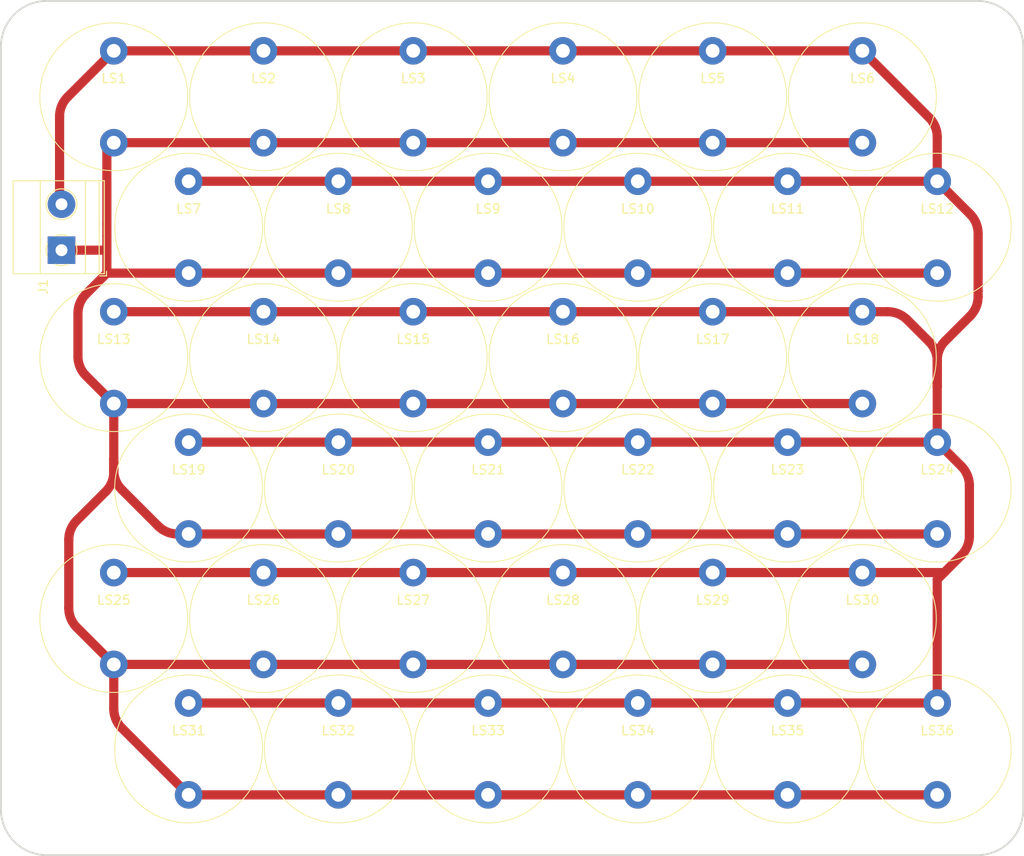
<source format=kicad_pcb>
(kicad_pcb (version 20211014) (generator pcbnew)
  (layers (0 "F.Cu" signal) (31 "B.Cu" signal) (34 "B.Paste" user) (35 "F.Paste" user) (36 "B.SilkS" user "B.Silkscreen") (37 "F.SilkS" user "F.Silkscreen") (38 "B.Mask" user) (39 "F.Mask" user) (44 "Edge.Cuts" user))
  (net 0 "")
  (net 1 "/power1")
  (net 2 "/power2")
  (footprint "librarie:ultrasonic_D16mm_P10mm" (layer "F.Cu") (at 204.55 97.6)
    (fp_text reference "LS24" (at 0 -2) (layer "F.SilkS"))
    (fp_text value "Speaker_Ultrasound")
    (fp_circle (center 0 0) (end 8.05 0) (layer "F.SilkS") (width 0.1) (fill none))
    (pad "1" thru_hole circle (at 0 5) (size 3 3) (drill 1.5) (layers *.Cu *.Mask) (net 1 "/power1"))
    (pad "2" thru_hole circle (at 0 -5) (size 3 3) (drill 1.5) (layers *.Cu *.Mask) (net 2 "/power2"))
  )
  (footprint "librarie:ultrasonic_D16mm_P10mm" (layer "F.Cu") (at 155.65 69.2)
    (fp_text reference "LS9" (at 0 -2) (layer "F.SilkS"))
    (fp_text value "Speaker_Ultrasound")
    (fp_circle (center 0 0) (end 8.05 0) (layer "F.SilkS") (width 0.1) (fill none))
    (pad "1" thru_hole circle (at 0 5) (size 3 3) (drill 1.5) (layers *.Cu *.Mask) (net 1 "/power1"))
    (pad "2" thru_hole circle (at 0 -5) (size 3 3) (drill 1.5) (layers *.Cu *.Mask) (net 2 "/power2"))
  )
  (footprint "librarie:ultrasonic_D16mm_P10mm" (layer "F.Cu") (at 180.1 111.8)
    (fp_text reference "LS29" (at 0 -2) (layer "F.SilkS"))
    (fp_text value "Speaker_Ultrasound")
    (fp_circle (center 0 0) (end 8.05 0) (layer "F.SilkS") (width 0.1) (fill none))
    (pad "1" thru_hole circle (at 0 5) (size 3 3) (drill 1.5) (layers *.Cu *.Mask) (net 1 "/power1"))
    (pad "2" thru_hole circle (at 0 -5) (size 3 3) (drill 1.5) (layers *.Cu *.Mask) (net 2 "/power2"))
  )
  (footprint "librarie:ultrasonic_D16mm_P10mm" (layer "F.Cu") (at 131.2 111.8)
    (fp_text reference "LS26" (at 0 -2) (layer "F.SilkS"))
    (fp_text value "Speaker_Ultrasound")
    (fp_circle (center 0 0) (end 8.05 0) (layer "F.SilkS") (width 0.1) (fill none))
    (pad "1" thru_hole circle (at 0 5) (size 3 3) (drill 1.5) (layers *.Cu *.Mask) (net 1 "/power1"))
    (pad "2" thru_hole circle (at 0 -5) (size 3 3) (drill 1.5) (layers *.Cu *.Mask) (net 2 "/power2"))
  )
  (footprint "librarie:ultrasonic_D16mm_P10mm" (layer "F.Cu") (at 139.35 97.6)
    (fp_text reference "LS20" (at 0 -2) (layer "F.SilkS"))
    (fp_text value "Speaker_Ultrasound")
    (fp_circle (center 0 0) (end 8.05 0) (layer "F.SilkS") (width 0.1) (fill none))
    (pad "1" thru_hole circle (at 0 5) (size 3 3) (drill 1.5) (layers *.Cu *.Mask) (net 1 "/power1"))
    (pad "2" thru_hole circle (at 0 -5) (size 3 3) (drill 1.5) (layers *.Cu *.Mask) (net 2 "/power2"))
  )
  (footprint "librarie:ultrasonic_D16mm_P10mm" (layer "F.Cu") (at 204.55 69.2)
    (fp_text reference "LS12" (at 0 -2) (layer "F.SilkS"))
    (fp_text value "Speaker_Ultrasound")
    (fp_circle (center 0 0) (end 8.05 0) (layer "F.SilkS") (width 0.1) (fill none))
    (pad "1" thru_hole circle (at 0 5) (size 3 3) (drill 1.5) (layers *.Cu *.Mask) (net 1 "/power1"))
    (pad "2" thru_hole circle (at 0 -5) (size 3 3) (drill 1.5) (layers *.Cu *.Mask) (net 2 "/power2"))
  )
  (footprint "librarie:ultrasonic_D16mm_P10mm" (layer "F.Cu") (at 114.9 55)
    (fp_text reference "LS1" (at 0 -2) (layer "F.SilkS"))
    (fp_text value "Speaker_Ultrasound")
    (fp_circle (center 0 0) (end 8.05 0) (layer "F.SilkS") (width 0.1) (fill none))
    (pad "1" thru_hole circle (at 0 5) (size 3 3) (drill 1.5) (layers *.Cu *.Mask) (net 1 "/power1"))
    (pad "2" thru_hole circle (at 0 -5) (size 3 3) (drill 1.5) (layers *.Cu *.Mask) (net 2 "/power2"))
  )
  (footprint "librarie:ultrasonic_D16mm_P10mm" (layer "F.Cu") (at 131.2 55)
    (fp_text reference "LS2" (at 0 -2) (layer "F.SilkS"))
    (fp_text value "Speaker_Ultrasound")
    (fp_circle (center 0 0) (end 8.05 0) (layer "F.SilkS") (width 0.1) (fill none))
    (pad "1" thru_hole circle (at 0 5) (size 3 3) (drill 1.5) (layers *.Cu *.Mask) (net 1 "/power1"))
    (pad "2" thru_hole circle (at 0 -5) (size 3 3) (drill 1.5) (layers *.Cu *.Mask) (net 2 "/power2"))
  )
  (footprint "librarie:ultrasonic_D16mm_P10mm" (layer "F.Cu") (at 114.9 83.4)
    (fp_text reference "LS13" (at 0 -2) (layer "F.SilkS"))
    (fp_text value "Speaker_Ultrasound")
    (fp_circle (center 0 0) (end 8.05 0) (layer "F.SilkS") (width 0.1) (fill none))
    (pad "1" thru_hole circle (at 0 5) (size 3 3) (drill 1.5) (layers *.Cu *.Mask) (net 1 "/power1"))
    (pad "2" thru_hole circle (at 0 -5) (size 3 3) (drill 1.5) (layers *.Cu *.Mask) (net 2 "/power2"))
  )
  (footprint "librarie:ultrasonic_D16mm_P10mm" (layer "F.Cu") (at 180.1 55)
    (fp_text reference "LS5" (at 0 -2) (layer "F.SilkS"))
    (fp_text value "Speaker_Ultrasound")
    (fp_circle (center 0 0) (end 8.05 0) (layer "F.SilkS") (width 0.1) (fill none))
    (pad "1" thru_hole circle (at 0 5) (size 3 3) (drill 1.5) (layers *.Cu *.Mask) (net 1 "/power1"))
    (pad "2" thru_hole circle (at 0 -5) (size 3 3) (drill 1.5) (layers *.Cu *.Mask) (net 2 "/power2"))
  )
  (footprint "librarie:ultrasonic_D16mm_P10mm" (layer "F.Cu") (at 188.25 126)
    (fp_text reference "LS35" (at 0 -2) (layer "F.SilkS"))
    (fp_text value "Speaker_Ultrasound")
    (fp_circle (center 0 0) (end 8.05 0) (layer "F.SilkS") (width 0.1) (fill none))
    (pad "1" thru_hole circle (at 0 5) (size 3 3) (drill 1.5) (layers *.Cu *.Mask) (net 1 "/power1"))
    (pad "2" thru_hole circle (at 0 -5) (size 3 3) (drill 1.5) (layers *.Cu *.Mask) (net 2 "/power2"))
  )
  (footprint "librarie:ultrasonic_D16mm_P10mm" (layer "F.Cu") (at 171.95 97.6)
    (fp_text reference "LS22" (at 0 -2) (layer "F.SilkS"))
    (fp_text value "Speaker_Ultrasound")
    (fp_circle (center 0 0) (end 8.05 0) (layer "F.SilkS") (width 0.1) (fill none))
    (pad "1" thru_hole circle (at 0 5) (size 3 3) (drill 1.5) (layers *.Cu *.Mask) (net 1 "/power1"))
    (pad "2" thru_hole circle (at 0 -5) (size 3 3) (drill 1.5) (layers *.Cu *.Mask) (net 2 "/power2"))
  )
  (footprint "librarie:ultrasonic_D16mm_P10mm" (layer "F.Cu") (at 188.25 97.6)
    (fp_text reference "LS23" (at 0 -2) (layer "F.SilkS"))
    (fp_text value "Speaker_Ultrasound")
    (fp_circle (center 0 0) (end 8.05 0) (layer "F.SilkS") (width 0.1) (fill none))
    (pad "1" thru_hole circle (at 0 5) (size 3 3) (drill 1.5) (layers *.Cu *.Mask) (net 1 "/power1"))
    (pad "2" thru_hole circle (at 0 -5) (size 3 3) (drill 1.5) (layers *.Cu *.Mask) (net 2 "/power2"))
  )
  (footprint "librarie:ultrasonic_D16mm_P10mm" (layer "F.Cu") (at 163.8 55)
    (fp_text reference "LS4" (at 0 -2) (layer "F.SilkS"))
    (fp_text value "Speaker_Ultrasound")
    (fp_circle (center 0 0) (end 8.05 0) (layer "F.SilkS") (width 0.1) (fill none))
    (pad "1" thru_hole circle (at 0 5) (size 3 3) (drill 1.5) (layers *.Cu *.Mask) (net 1 "/power1"))
    (pad "2" thru_hole circle (at 0 -5) (size 3 3) (drill 1.5) (layers *.Cu *.Mask) (net 2 "/power2"))
  )
  (footprint "librarie:ultrasonic_D16mm_P10mm" (layer "F.Cu") (at 171.95 126)
    (fp_text reference "LS34" (at 0 -2) (layer "F.SilkS"))
    (fp_text value "Speaker_Ultrasound")
    (fp_circle (center 0 0) (end 8.05 0) (layer "F.SilkS") (width 0.1) (fill none))
    (pad "1" thru_hole circle (at 0 5) (size 3 3) (drill 1.5) (layers *.Cu *.Mask) (net 1 "/power1"))
    (pad "2" thru_hole circle (at 0 -5) (size 3 3) (drill 1.5) (layers *.Cu *.Mask) (net 2 "/power2"))
  )
  (footprint "librarie:ultrasonic_D16mm_P10mm" (layer "F.Cu") (at 155.65 97.6)
    (fp_text reference "LS21" (at 0 -2) (layer "F.SilkS"))
    (fp_text value "Speaker_Ultrasound")
    (fp_circle (center 0 0) (end 8.05 0) (layer "F.SilkS") (width 0.1) (fill none))
    (pad "1" thru_hole circle (at 0 5) (size 3 3) (drill 1.5) (layers *.Cu *.Mask) (net 1 "/power1"))
    (pad "2" thru_hole circle (at 0 -5) (size 3 3) (drill 1.5) (layers *.Cu *.Mask) (net 2 "/power2"))
  )
  (footprint "librarie:ultrasonic_D16mm_P10mm" (layer "F.Cu") (at 196.4 83.4)
    (fp_text reference "LS18" (at 0 -2) (layer "F.SilkS"))
    (fp_text value "Speaker_Ultrasound")
    (fp_circle (center 0 0) (end 8.05 0) (layer "F.SilkS") (width 0.1) (fill none))
    (pad "1" thru_hole circle (at 0 5) (size 3 3) (drill 1.5) (layers *.Cu *.Mask) (net 1 "/power1"))
    (pad "2" thru_hole circle (at 0 -5) (size 3 3) (drill 1.5) (layers *.Cu *.Mask) (net 2 "/power2"))
  )
  (footprint "librarie:ultrasonic_D16mm_P10mm" (layer "F.Cu") (at 188.25 69.2)
    (fp_text reference "LS11" (at 0 -2) (layer "F.SilkS"))
    (fp_text value "Speaker_Ultrasound")
    (fp_circle (center 0 0) (end 8.05 0) (layer "F.SilkS") (width 0.1) (fill none))
    (pad "1" thru_hole circle (at 0 5) (size 3 3) (drill 1.5) (layers *.Cu *.Mask) (net 1 "/power1"))
    (pad "2" thru_hole circle (at 0 -5) (size 3 3) (drill 1.5) (layers *.Cu *.Mask) (net 2 "/power2"))
  )
  (footprint "librarie:ultrasonic_D16mm_P10mm" (layer "F.Cu") (at 163.8 111.8)
    (fp_text reference "LS28" (at 0 -2) (layer "F.SilkS"))
    (fp_text value "Speaker_Ultrasound")
    (fp_circle (center 0 0) (end 8.05 0) (layer "F.SilkS") (width 0.1) (fill none))
    (pad "1" thru_hole circle (at 0 5) (size 3 3) (drill 1.5) (layers *.Cu *.Mask) (net 1 "/power1"))
    (pad "2" thru_hole circle (at 0 -5) (size 3 3) (drill 1.5) (layers *.Cu *.Mask) (net 2 "/power2"))
  )
  (footprint "librarie:ultrasonic_D16mm_P10mm" (layer "F.Cu") (at 171.95 69.2)
    (fp_text reference "LS10" (at 0 -2) (layer "F.SilkS"))
    (fp_text value "Speaker_Ultrasound")
    (fp_circle (center 0 0) (end 8.05 0) (layer "F.SilkS") (width 0.1) (fill none))
    (pad "1" thru_hole circle (at 0 5) (size 3 3) (drill 1.5) (layers *.Cu *.Mask) (net 1 "/power1"))
    (pad "2" thru_hole circle (at 0 -5) (size 3 3) (drill 1.5) (layers *.Cu *.Mask) (net 2 "/power2"))
  )
  (footprint "librarie:ultrasonic_D16mm_P10mm" (layer "F.Cu") (at 123.05 126)
    (fp_text reference "LS31" (at 0 -2) (layer "F.SilkS"))
    (fp_text value "Speaker_Ultrasound")
    (fp_circle (center 0 0) (end 8.05 0) (layer "F.SilkS") (width 0.1) (fill none))
    (pad "1" thru_hole circle (at 0 5) (size 3 3) (drill 1.5) (layers *.Cu *.Mask) (net 1 "/power1"))
    (pad "2" thru_hole circle (at 0 -5) (size 3 3) (drill 1.5) (layers *.Cu *.Mask) (net 2 "/power2"))
  )
  (footprint "librarie:ultrasonic_D16mm_P10mm" (layer "F.Cu") (at 131.2 83.4)
    (fp_text reference "LS14" (at 0 -2) (layer "F.SilkS"))
    (fp_text value "Speaker_Ultrasound")
    (fp_circle (center 0 0) (end 8.05 0) (layer "F.SilkS") (width 0.1) (fill none))
    (pad "1" thru_hole circle (at 0 5) (size 3 3) (drill 1.5) (layers *.Cu *.Mask) (net 1 "/power1"))
    (pad "2" thru_hole circle (at 0 -5) (size 3 3) (drill 1.5) (layers *.Cu *.Mask) (net 2 "/power2"))
  )
  (footprint "librarie:ultrasonic_D16mm_P10mm" (layer "F.Cu") (at 147.5 55)
    (fp_text reference "LS3" (at 0 -2) (layer "F.SilkS"))
    (fp_text value "Speaker_Ultrasound")
    (fp_circle (center 0 0) (end 8.05 0) (layer "F.SilkS") (width 0.1) (fill none))
    (pad "1" thru_hole circle (at 0 5) (size 3 3) (drill 1.5) (layers *.Cu *.Mask) (net 1 "/power1"))
    (pad "2" thru_hole circle (at 0 -5) (size 3 3) (drill 1.5) (layers *.Cu *.Mask) (net 2 "/power2"))
  )
  (footprint "librarie:ultrasonic_D16mm_P10mm" (layer "F.Cu") (at 196.4 111.8)
    (fp_text reference "LS30" (at 0 -2) (layer "F.SilkS"))
    (fp_text value "Speaker_Ultrasound")
    (fp_circle (center 0 0) (end 8.05 0) (layer "F.SilkS") (width 0.1) (fill none))
    (pad "1" thru_hole circle (at 0 5) (size 3 3) (drill 1.5) (layers *.Cu *.Mask) (net 1 "/power1"))
    (pad "2" thru_hole circle (at 0 -5) (size 3 3) (drill 1.5) (layers *.Cu *.Mask) (net 2 "/power2"))
  )
  (footprint "librarie:ultrasonic_D16mm_P10mm" (layer "F.Cu") (at 163.8 83.4)
    (fp_text reference "LS16" (at 0 -2) (layer "F.SilkS"))
    (fp_text value "Speaker_Ultrasound")
    (fp_circle (center 0 0) (end 8.05 0) (layer "F.SilkS") (width 0.1) (fill none))
    (pad "1" thru_hole circle (at 0 5) (size 3 3) (drill 1.5) (layers *.Cu *.Mask) (net 1 "/power1"))
    (pad "2" thru_hole circle (at 0 -5) (size 3 3) (drill 1.5) (layers *.Cu *.Mask) (net 2 "/power2"))
  )
  (footprint "librarie:ultrasonic_D16mm_P10mm" (layer "F.Cu") (at 114.9 111.8)
    (fp_text reference "LS25" (at 0 -2) (layer "F.SilkS"))
    (fp_text value "Speaker_Ultrasound")
    (fp_circle (center 0 0) (end 8.05 0) (layer "F.SilkS") (width 0.1) (fill none))
    (pad "1" thru_hole circle (at 0 5) (size 3 3) (drill 1.5) (layers *.Cu *.Mask) (net 1 "/power1"))
    (pad "2" thru_hole circle (at 0 -5) (size 3 3) (drill 1.5) (layers *.Cu *.Mask) (net 2 "/power2"))
  )
  (footprint "librarie:ultrasonic_D16mm_P10mm" (layer "F.Cu") (at 123.05 69.2)
    (fp_text reference "LS7" (at 0 -2) (layer "F.SilkS"))
    (fp_text value "Speaker_Ultrasound")
    (fp_circle (center 0 0) (end 8.05 0) (layer "F.SilkS") (width 0.1) (fill none))
    (pad "1" thru_hole circle (at 0 5) (size 3 3) (drill 1.5) (layers *.Cu *.Mask) (net 1 "/power1"))
    (pad "2" thru_hole circle (at 0 -5) (size 3 3) (drill 1.5) (layers *.Cu *.Mask) (net 2 "/power2"))
  )
  (footprint "librarie:ultrasonic_D16mm_P10mm" (layer "F.Cu") (at 196.4 55)
    (fp_text reference "LS6" (at 0 -2) (layer "F.SilkS"))
    (fp_text value "Speaker_Ultrasound")
    (fp_circle (center 0 0) (end 8.05 0) (layer "F.SilkS") (width 0.1) (fill none))
    (pad "1" thru_hole circle (at 0 5) (size 3 3) (drill 1.5) (layers *.Cu *.Mask) (net 1 "/power1"))
    (pad "2" thru_hole circle (at 0 -5) (size 3 3) (drill 1.5) (layers *.Cu *.Mask) (net 2 "/power2"))
  )
  (footprint "librarie:ultrasonic_D16mm_P10mm" (layer "F.Cu") (at 139.35 69.2)
    (fp_text reference "LS8" (at 0 -2) (layer "F.SilkS"))
    (fp_text value "Speaker_Ultrasound")
    (fp_circle (center 0 0) (end 8.05 0) (layer "F.SilkS") (width 0.1) (fill none))
    (pad "1" thru_hole circle (at 0 5) (size 3 3) (drill 1.5) (layers *.Cu *.Mask) (net 1 "/power1"))
    (pad "2" thru_hole circle (at 0 -5) (size 3 3) (drill 1.5) (layers *.Cu *.Mask) (net 2 "/power2"))
  )
  (footprint "librarie:ultrasonic_D16mm_P10mm" (layer "F.Cu") (at 204.55 126)
    (fp_text reference "LS36" (at 0 -2) (layer "F.SilkS"))
    (fp_text value "Speaker_Ultrasound")
    (fp_circle (center 0 0) (end 8.05 0) (layer "F.SilkS") (width 0.1) (fill none))
    (pad "1" thru_hole circle (at 0 5) (size 3 3) (drill 1.5) (layers *.Cu *.Mask) (net 1 "/power1"))
    (pad "2" thru_hole circle (at 0 -5) (size 3 3) (drill 1.5) (layers *.Cu *.Mask) (net 2 "/power2"))
  )
  (footprint "librarie:ultrasonic_D16mm_P10mm" (layer "F.Cu") (at 155.65 126)
    (fp_text reference "LS33" (at 0 -2) (layer "F.SilkS"))
    (fp_text value "Speaker_Ultrasound")
    (fp_circle (center 0 0) (end 8.05 0) (layer "F.SilkS") (width 0.1) (fill none))
    (pad "1" thru_hole circle (at 0 5) (size 3 3) (drill 1.5) (layers *.Cu *.Mask) (net 1 "/power1"))
    (pad "2" thru_hole circle (at 0 -5) (size 3 3) (drill 1.5) (layers *.Cu *.Mask) (net 2 "/power2"))
  )
  (footprint "librarie:ultrasonic_D16mm_P10mm" (layer "F.Cu") (at 123.05 97.6)
    (fp_text reference "LS19" (at 0 -2) (layer "F.SilkS"))
    (fp_text value "Speaker_Ultrasound")
    (fp_circle (center 0 0) (end 8.05 0) (layer "F.SilkS") (width 0.1) (fill none))
    (pad "1" thru_hole circle (at 0 5) (size 3 3) (drill 1.5) (layers *.Cu *.Mask) (net 1 "/power1"))
    (pad "2" thru_hole circle (at 0 -5) (size 3 3) (drill 1.5) (layers *.Cu *.Mask) (net 2 "/power2"))
  )
  (footprint "librarie:ultrasonic_D16mm_P10mm" (layer "F.Cu") (at 147.5 111.8)
    (fp_text reference "LS27" (at 0 -2) (layer "F.SilkS"))
    (fp_text value "Speaker_Ultrasound")
    (fp_circle (center 0 0) (end 8.05 0) (layer "F.SilkS") (width 0.1) (fill none))
    (pad "1" thru_hole circle (at 0 5) (size 3 3) (drill 1.5) (layers *.Cu *.Mask) (net 1 "/power1"))
    (pad "2" thru_hole circle (at 0 -5) (size 3 3) (drill 1.5) (layers *.Cu *.Mask) (net 2 "/power2"))
  )
  (footprint "librarie:ultrasonic_D16mm_P10mm" (layer "F.Cu") (at 180.1 83.4)
    (fp_text reference "LS17" (at 0 -2) (layer "F.SilkS"))
    (fp_text value "Speaker_Ultrasound")
    (fp_circle (center 0 0) (end 8.05 0) (layer "F.SilkS") (width 0.1) (fill none))
    (pad "1" thru_hole circle (at 0 5) (size 3 3) (drill 1.5) (layers *.Cu *.Mask) (net 1 "/power1"))
    (pad "2" thru_hole circle (at 0 -5) (size 3 3) (drill 1.5) (layers *.Cu *.Mask) (net 2 "/power2"))
  )
  (footprint "librarie:ultrasonic_D16mm_P10mm" (layer "F.Cu") (at 147.5 83.4)
    (fp_text reference "LS15" (at 0 -2) (layer "F.SilkS"))
    (fp_text value "Speaker_Ultrasound")
    (fp_circle (center 0 0) (end 8.05 0) (layer "F.SilkS") (width 0.1) (fill none))
    (pad "1" thru_hole circle (at 0 5) (size 3 3) (drill 1.5) (layers *.Cu *.Mask) (net 1 "/power1"))
    (pad "2" thru_hole circle (at 0 -5) (size 3 3) (drill 1.5) (layers *.Cu *.Mask) (net 2 "/power2"))
  )
  (footprint "librarie:ultrasonic_D16mm_P10mm" (layer "F.Cu") (at 139.35 126)
    (fp_text reference "LS32" (at 0 -2) (layer "F.SilkS"))
    (fp_text value "Speaker_Ultrasound")
    (fp_circle (center 0 0) (end 8.05 0) (layer "F.SilkS") (width 0.1) (fill none))
    (pad "1" thru_hole circle (at 0 5) (size 3 3) (drill 1.5) (layers *.Cu *.Mask) (net 1 "/power1"))
    (pad "2" thru_hole circle (at 0 -5) (size 3 3) (drill 1.5) (layers *.Cu *.Mask) (net 2 "/power2"))
  )
  (footprint "librarie:TerminalBlock_Phoenix_MKDS-1,5-2_1x02_P5.00mm_Horizontal" (layer "F.Cu") (at 109.209209 71.701534 90)
    (fp_text reference "J1" (at -4 -2 90) (layer "F.SilkS"))
    (fp_text value "Screw_Terminal_01x02_from_circuit")
    (fp_line (start -2.8 4.16) (end -2.8 4.9) (layer "F.SilkS") (width 0.12))
    (fp_line (start -2.8 4.9) (end -2.3 4.9) (layer "F.SilkS") (width 0.12))
    (fp_line (start -2.56 4.66) (end 7.56 4.66) (layer "F.SilkS") (width 0.12))
    (fp_line (start 7.56 -5.261) (end 7.56 4.66) (layer "F.SilkS") (width 0.12))
    (fp_line (start -2.56 -5.261) (end -2.56 4.66) (layer "F.SilkS") (width 0.12))
    (fp_line (start 6.275 -1.069) (end 6.228 -1.023) (layer "F.SilkS") (width 0.12))
    (fp_line (start -2.56 4.1) (end 7.56 4.1) (layer "F.SilkS") (width 0.12))
    (fp_line (start -2.56 -2.301) (end 7.56 -2.301) (layer "F.SilkS") (width 0.12))
    (fp_line (start -2.56 2.6) (end 7.56 2.6) (layer "F.SilkS") (width 0.12))
    (fp_line (start -2.56 -5.261) (end 7.56 -5.261) (layer "F.SilkS") (width 0.12))
    (fp_line (start 3.773 1.023) (end 3.726 1.069) (layer "F.SilkS") (width 0.12))
    (fp_line (start 3.966 1.239) (end 3.931 1.274) (layer "F.SilkS") (width 0.12))
    (fp_line (start 6.07 -1.275) (end 6.035 -1.239) (layer "F.SilkS") (width 0.12))
    (fp_arc (start 1.535427 -0.683042) (mid 1.680501 0.000524) (end 1.535 0.684) (layer "F.SilkS") (width 0.12))
    (fp_arc (start -0.683042 -1.535427) (mid 0.000524 -1.680501) (end 0.684 -1.535) (layer "F.SilkS") (width 0.12))
    (fp_arc (start -1.535427 0.683042) (mid -1.680501 -0.000524) (end -1.535 -0.684) (layer "F.SilkS") (width 0.12))
    (fp_arc (start 0.683318 1.534756) (mid 0.349292 1.643288) (end 0 1.68) (layer "F.SilkS") (width 0.12))
    (fp_arc (start 0.028805 1.680253) (mid -0.335551 1.646659) (end -0.684 1.535) (layer "F.SilkS") (width 0.12))
    (fp_circle (center 5 0) (end 6.68 0) (layer "F.SilkS") (width 0.12) (fill none))
    (pad "1" thru_hole rect (at 0 0 90) (size 3 3) (drill 1.3) (layers *.Cu *.Mask) (net 1 "/power1"))
    (pad "2" thru_hole circle (at 5 0 90) (size 3 3) (drill 1.3) (layers *.Cu *.Mask) (net 2 "/power2"))
  )
  (gr_poly (pts (arc (start 102.61425 132.565441) (mid 104.078716 136.100975) (end 107.61425 137.565441)) (arc (start 208.91425 137.565441) (mid 212.449784 136.100975) (end 213.91425 132.565441)) (arc (start 213.91425 49.565441) (mid 212.449784 46.029907) (end 208.91425 44.565441)) (arc (start 107.61425 44.565441) (mid 104.078716 46.029907) (end 102.61425 49.565441))) (layer "Edge.Cuts") (width 0.2) (fill none))
  (segment (start 114.9 95.857359) (end 114.9 94.45) (width 1) (layer "F.Cu") (net 1))
  (segment (start 109.209209 71.701534) (end 113.997172 71.701534) (width 1) (layer "F.Cu") (net 1))
  (segment (start 115.77868 123.72868) (end 123.05 131) (width 1) (layer "F.Cu") (net 1))
  (segment (start 114.9 60) (end 196.4 60) (width 1) (layer "F.Cu") (net 1))
  (segment (start 114.9 94.45) (end 114.9 95.657359) (width 1) (layer "F.Cu") (net 1))
  (segment (start 114.147819 71.852181) (end 114.147819 70.147819) (width 1) (layer "F.Cu") (net 1))
  (segment (start 204.55 74.2) (end 123.05 74.2) (width 1) (layer "F.Cu") (net 1))
  (segment (start 114.9 88.4) (end 114.9 94.45) (width 1) (layer "F.Cu") (net 1))
  (segment (start 114.147819 74.197567) (end 114.147819 71.852181) (width 1) (layer "F.Cu") (net 1))
  (segment (start 110 110.657359) (end 110 103.242641) (width 1) (layer "F.Cu") (net 1))
  (segment (start 123.05 74.2) (end 114.150252 74.2) (width 1) (layer "F.Cu") (net 1))
  (segment (start 115.77868 97.77868) (end 119.721321 101.721321) (width 1) (layer "F.Cu") (net 1))
  (segment (start 114.147819 68.852181) (end 114.147819 60.752181) (width 1) (layer "F.Cu") (net 1))
  (segment (start 114.150252 74.2) (end 111.878679 76.471573) (width 1) (layer "F.Cu") (net 1))
  (segment (start 114.150252 74.2) (end 114.147819 74.197567) (width 1) (layer "F.Cu") (net 1))
  (segment (start 111.87868 85.37868) (end 114.9 88.4) (width 1) (layer "F.Cu") (net 1))
  (segment (start 114.9 116.8) (end 110.878679 112.778679) (width 1) (layer "F.Cu") (net 1))
  (segment (start 114.9 116.8) (end 114.9 121.607359) (width 1) (layer "F.Cu") (net 1))
  (segment (start 114.9 116.8) (end 196.4 116.8) (width 1) (layer "F.Cu") (net 1))
  (segment (start 114.147819 70.147819) (end 114.147819 68.852181) (width 1) (layer "F.Cu") (net 1))
  (segment (start 113.997172 71.701534) (end 114.147819 71.852181) (width 1) (layer "F.Cu") (net 1))
  (segment (start 123.05 131) (end 204.55 131) (width 1) (layer "F.Cu") (net 1))
  (segment (start 123.05 102.6) (end 204.55 102.6) (width 1) (layer "F.Cu") (net 1))
  (segment (start 114.9 88.4) (end 196.4 88.4) (width 1) (layer "F.Cu") (net 1))
  (segment (start 110.87868 101.12132) (end 114.021321 97.978679) (width 1) (layer "F.Cu") (net 1))
  (segment (start 114.147819 60.752181) (end 114.9 60) (width 1) (layer "F.Cu") (net 1))
  (segment (start 111 78.592893) (end 111 83.257359) (width 1) (layer "F.Cu") (net 1))
  (segment (start 121.842641 102.6) (end 123.05 102.6) (width 1) (layer "F.Cu") (net 1))
  (arc (start 115.77868 123.72868) (mid 115.128361 122.75541) (end 114.9 121.607359) (width 1) (layer "F.Cu") (net 1))
  (arc (start 111.87868 85.37868) (mid 111.228361 84.40541) (end 111 83.257359) (width 1) (layer "F.Cu") (net 1))
  (arc (start 119.721321 101.721321) (mid 120.694591 102.371639) (end 121.842641 102.6) (width 1) (layer "F.Cu") (net 1))
  (arc (start 114.9 95.857359) (mid 114.671639 97.005409) (end 114.021321 97.978679) (width 1) (layer "F.Cu") (net 1))
  (arc (start 110 110.657359) (mid 110.228361 111.805409) (end 110.878679 112.778679) (width 1) (layer "F.Cu") (net 1))
  (arc (start 114.9 95.657359) (mid 115.128362 96.80541) (end 115.77868 97.77868) (width 1) (layer "F.Cu") (net 1))
  (arc (start 110 103.242641) (mid 110.228362 102.09459) (end 110.87868 101.12132) (width 1) (layer "F.Cu") (net 1))
  (arc (start 111.878679 76.471573) (mid 111.228361 77.444843) (end 111 78.592893) (width 1) (layer "F.Cu") (net 1))
  (segment (start 204.55 83.792641) (end 204.55 86.55) (width 1) (layer "F.Cu") (net 2))
  (segment (start 204.55 121) (end 123.05 121) (width 1) (layer "F.Cu") (net 2))
  (segment (start 205.299748 106.8) (end 196.4 106.8) (width 1) (layer "F.Cu") (net 2))
  (segment (start 204.55 64.2) (end 208.121321 67.771321) (width 1) (layer "F.Cu") (net 2))
  (segment (start 109 66.492325) (end 109.209209 66.701534) (width 1) (layer "F.Cu") (net 2))
  (segment (start 196.4 78.4) (end 199.157359 78.4) (width 1) (layer "F.Cu") (net 2))
  (segment (start 114.9 50) (end 196.4 50) (width 1) (layer "F.Cu") (net 2))
  (segment (start 205.299748 106.8) (end 204.55 107.549748) (width 1) (layer "F.Cu") (net 2))
  (segment (start 207.17132 104.928428) (end 205.299748 106.8) (width 1) (layer "F.Cu") (net 2))
  (segment (start 204.55 92.6) (end 207.171321 95.221321) (width 1) (layer "F.Cu") (net 2))
  (segment (start 123.05 64.2) (end 204.55 64.2) (width 1) (layer "F.Cu") (net 2))
  (segment (start 114.9 78.4) (end 196.4 78.4) (width 1) (layer "F.Cu") (net 2))
  (segment (start 204.55 86.55) (end 204.55 92.6) (width 1) (layer "F.Cu") (net 2))
  (segment (start 114.9 50) (end 109.878679 55.021321) (width 1) (layer "F.Cu") (net 2))
  (segment (start 204.55 92.6) (end 123.05 92.6) (width 1) (layer "F.Cu") (net 2))
  (segment (start 196.4 106.8) (end 114.9 106.8) (width 1) (layer "F.Cu") (net 2))
  (segment (start 201.27868 79.27868) (end 203.671321 81.671321) (width 1) (layer "F.Cu") (net 2))
  (segment (start 109 57.142641) (end 109 66.492325) (width 1) (layer "F.Cu") (net 2))
  (segment (start 209 69.892641) (end 209 76.757359) (width 1) (layer "F.Cu") (net 2))
  (segment (start 204.55 59.392641) (end 204.55 64.2) (width 1) (layer "F.Cu") (net 2))
  (segment (start 204.55 83.692641) (end 204.55 86.55) (width 1) (layer "F.Cu") (net 2))
  (segment (start 204.55 107.549748) (end 204.55 121) (width 1) (layer "F.Cu") (net 2))
  (segment (start 196.4 50) (end 203.671321 57.271321) (width 1) (layer "F.Cu") (net 2))
  (segment (start 208.05 97.342641) (end 208.05 102.807107) (width 1) (layer "F.Cu") (net 2))
  (segment (start 208.12132 78.87868) (end 205.428679 81.571321) (width 1) (layer "F.Cu") (net 2))
  (arc (start 207.171321 95.221321) (mid 207.821639 96.194591) (end 208.05 97.342641) (width 1) (layer "F.Cu") (net 2))
  (arc (start 209 76.757359) (mid 208.771638 77.90541) (end 208.12132 78.87868) (width 1) (layer "F.Cu") (net 2))
  (arc (start 208.121321 67.771321) (mid 208.771639 68.744591) (end 209 69.892641) (width 1) (layer "F.Cu") (net 2))
  (arc (start 204.55 83.792641) (mid 204.321639 82.644591) (end 203.671321 81.671321) (width 1) (layer "F.Cu") (net 2))
  (arc (start 204.55 83.692641) (mid 204.778361 82.544591) (end 205.428679 81.571321) (width 1) (layer "F.Cu") (net 2))
  (arc (start 109 57.142641) (mid 109.228361 55.994591) (end 109.878679 55.021321) (width 1) (layer "F.Cu") (net 2))
  (arc (start 199.157359 78.4) (mid 200.30541 78.628362) (end 201.27868 79.27868) (width 1) (layer "F.Cu") (net 2))
  (arc (start 207.17132 104.928428) (mid 207.821639 103.955158) (end 208.05 102.807107) (width 1) (layer "F.Cu") (net 2))
  (arc (start 204.55 59.392641) (mid 204.321639 58.244591) (end 203.671321 57.271321) (width 1) (layer "F.Cu") (net 2))
)
</source>
